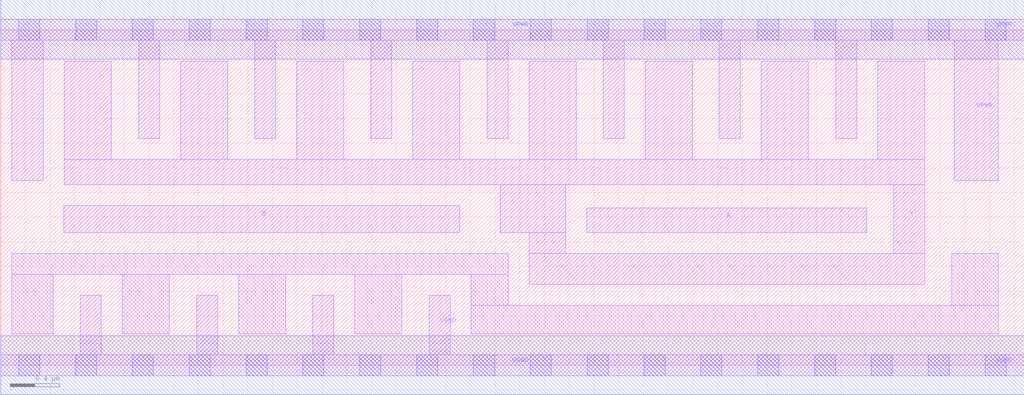
<source format=lef>
# Copyright 2020 The SkyWater PDK Authors
#
# Licensed under the Apache License, Version 2.0 (the "License");
# you may not use this file except in compliance with the License.
# You may obtain a copy of the License at
#
#     https://www.apache.org/licenses/LICENSE-2.0
#
# Unless required by applicable law or agreed to in writing, software
# distributed under the License is distributed on an "AS IS" BASIS,
# WITHOUT WARRANTIES OR CONDITIONS OF ANY KIND, either express or implied.
# See the License for the specific language governing permissions and
# limitations under the License.
#
# SPDX-License-Identifier: Apache-2.0

VERSION 5.7 ;
  NAMESCASESENSITIVE ON ;
  NOWIREEXTENSIONATPIN ON ;
  DIVIDERCHAR "/" ;
  BUSBITCHARS "[]" ;
UNITS
  DATABASE MICRONS 200 ;
END UNITS
PROPERTYDEFINITIONS
  MACRO maskLayoutSubType STRING ;
  MACRO prCellType STRING ;
  MACRO originalViewName STRING ;
END PROPERTYDEFINITIONS
MACRO sky130_fd_sc_hdll__nand2_8
  CLASS CORE ;
  FOREIGN sky130_fd_sc_hdll__nand2_8 ;
  ORIGIN  0.000000  0.000000 ;
  SIZE  8.280000 BY  2.720000 ;
  SYMMETRY X Y R90 ;
  SITE unithd ;
  PIN A
    ANTENNAGATEAREA  2.220000 ;
    DIRECTION INPUT ;
    USE SIGNAL ;
    PORT
      LAYER li1 ;
        RECT 4.740000 1.075000 7.005000 1.275000 ;
    END
  END A
  PIN B
    ANTENNAGATEAREA  2.220000 ;
    DIRECTION INPUT ;
    USE SIGNAL ;
    PORT
      LAYER li1 ;
        RECT 0.510000 1.075000 3.715000 1.295000 ;
    END
  END B
  PIN VGND
    ANTENNADIFFAREA  0.864500 ;
    DIRECTION INOUT ;
    USE SIGNAL ;
    PORT
      LAYER li1 ;
        RECT 0.000000 -0.085000 8.280000 0.085000 ;
        RECT 0.645000  0.085000 0.815000 0.565000 ;
        RECT 1.585000  0.085000 1.755000 0.565000 ;
        RECT 2.525000  0.085000 2.695000 0.565000 ;
        RECT 3.465000  0.085000 3.635000 0.565000 ;
      LAYER mcon ;
        RECT 0.145000 -0.085000 0.315000 0.085000 ;
        RECT 0.605000 -0.085000 0.775000 0.085000 ;
        RECT 1.065000 -0.085000 1.235000 0.085000 ;
        RECT 1.525000 -0.085000 1.695000 0.085000 ;
        RECT 1.985000 -0.085000 2.155000 0.085000 ;
        RECT 2.445000 -0.085000 2.615000 0.085000 ;
        RECT 2.905000 -0.085000 3.075000 0.085000 ;
        RECT 3.365000 -0.085000 3.535000 0.085000 ;
        RECT 3.825000 -0.085000 3.995000 0.085000 ;
        RECT 4.285000 -0.085000 4.455000 0.085000 ;
        RECT 4.745000 -0.085000 4.915000 0.085000 ;
        RECT 5.205000 -0.085000 5.375000 0.085000 ;
        RECT 5.665000 -0.085000 5.835000 0.085000 ;
        RECT 6.125000 -0.085000 6.295000 0.085000 ;
        RECT 6.585000 -0.085000 6.755000 0.085000 ;
        RECT 7.045000 -0.085000 7.215000 0.085000 ;
        RECT 7.505000 -0.085000 7.675000 0.085000 ;
        RECT 7.965000 -0.085000 8.135000 0.085000 ;
      LAYER met1 ;
        RECT 0.000000 -0.240000 8.280000 0.240000 ;
    END
  END VGND
  PIN VPWR
    ANTENNADIFFAREA  2.690000 ;
    DIRECTION INOUT ;
    USE SIGNAL ;
    PORT
      LAYER li1 ;
        RECT 0.000000 2.635000 8.280000 2.805000 ;
        RECT 0.090000 1.495000 0.345000 2.635000 ;
        RECT 1.115000 1.835000 1.285000 2.635000 ;
        RECT 2.055000 1.835000 2.225000 2.635000 ;
        RECT 2.995000 1.835000 3.165000 2.635000 ;
        RECT 3.935000 1.835000 4.105000 2.635000 ;
        RECT 4.875000 1.835000 5.045000 2.635000 ;
        RECT 5.815000 1.835000 5.985000 2.635000 ;
        RECT 6.755000 1.835000 6.925000 2.635000 ;
        RECT 7.715000 1.495000 8.070000 2.635000 ;
      LAYER mcon ;
        RECT 0.145000 2.635000 0.315000 2.805000 ;
        RECT 0.605000 2.635000 0.775000 2.805000 ;
        RECT 1.065000 2.635000 1.235000 2.805000 ;
        RECT 1.525000 2.635000 1.695000 2.805000 ;
        RECT 1.985000 2.635000 2.155000 2.805000 ;
        RECT 2.445000 2.635000 2.615000 2.805000 ;
        RECT 2.905000 2.635000 3.075000 2.805000 ;
        RECT 3.365000 2.635000 3.535000 2.805000 ;
        RECT 3.825000 2.635000 3.995000 2.805000 ;
        RECT 4.285000 2.635000 4.455000 2.805000 ;
        RECT 4.745000 2.635000 4.915000 2.805000 ;
        RECT 5.205000 2.635000 5.375000 2.805000 ;
        RECT 5.665000 2.635000 5.835000 2.805000 ;
        RECT 6.125000 2.635000 6.295000 2.805000 ;
        RECT 6.585000 2.635000 6.755000 2.805000 ;
        RECT 7.045000 2.635000 7.215000 2.805000 ;
        RECT 7.505000 2.635000 7.675000 2.805000 ;
        RECT 7.965000 2.635000 8.135000 2.805000 ;
      LAYER met1 ;
        RECT 0.000000 2.480000 8.280000 2.960000 ;
    END
  END VPWR
  PIN Y
    ANTENNADIFFAREA  3.184500 ;
    DIRECTION OUTPUT ;
    USE SIGNAL ;
    PORT
      LAYER li1 ;
        RECT 0.515000 1.465000 7.475000 1.665000 ;
        RECT 0.515000 1.665000 0.895000 2.465000 ;
        RECT 1.455000 1.665000 1.835000 2.465000 ;
        RECT 2.395000 1.665000 2.775000 2.465000 ;
        RECT 3.335000 1.665000 3.715000 2.465000 ;
        RECT 4.040000 1.075000 4.570000 1.465000 ;
        RECT 4.275000 0.655000 7.475000 0.905000 ;
        RECT 4.275000 0.905000 4.570000 1.075000 ;
        RECT 4.275000 1.665000 4.655000 2.465000 ;
        RECT 5.215000 1.665000 5.595000 2.465000 ;
        RECT 6.155000 1.665000 6.535000 2.465000 ;
        RECT 7.095000 1.665000 7.475000 2.465000 ;
        RECT 7.225000 0.905000 7.475000 1.465000 ;
    END
  END Y
  OBS
    LAYER li1 ;
      RECT 0.090000 0.255000 0.425000 0.735000 ;
      RECT 0.090000 0.735000 4.105000 0.905000 ;
      RECT 0.985000 0.255000 1.365000 0.735000 ;
      RECT 1.925000 0.255000 2.305000 0.735000 ;
      RECT 2.865000 0.255000 3.245000 0.735000 ;
      RECT 3.805000 0.255000 8.070000 0.485000 ;
      RECT 3.805000 0.485000 4.105000 0.735000 ;
      RECT 7.695000 0.485000 8.070000 0.905000 ;
  END
  PROPERTY maskLayoutSubType "abstract" ;
  PROPERTY prCellType "standard" ;
  PROPERTY originalViewName "layout" ;
END sky130_fd_sc_hdll__nand2_8

</source>
